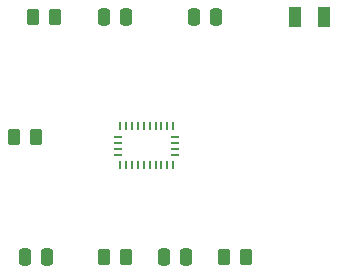
<source format=gbr>
%TF.GenerationSoftware,KiCad,Pcbnew,7.0.7*%
%TF.CreationDate,2023-10-19T21:28:01-04:00*%
%TF.ProjectId,BNO055,424e4f30-3535-42e6-9b69-6361645f7063,rev?*%
%TF.SameCoordinates,Original*%
%TF.FileFunction,Paste,Top*%
%TF.FilePolarity,Positive*%
%FSLAX46Y46*%
G04 Gerber Fmt 4.6, Leading zero omitted, Abs format (unit mm)*
G04 Created by KiCad (PCBNEW 7.0.7) date 2023-10-19 21:28:01*
%MOMM*%
%LPD*%
G01*
G04 APERTURE LIST*
G04 Aperture macros list*
%AMRoundRect*
0 Rectangle with rounded corners*
0 $1 Rounding radius*
0 $2 $3 $4 $5 $6 $7 $8 $9 X,Y pos of 4 corners*
0 Add a 4 corners polygon primitive as box body*
4,1,4,$2,$3,$4,$5,$6,$7,$8,$9,$2,$3,0*
0 Add four circle primitives for the rounded corners*
1,1,$1+$1,$2,$3*
1,1,$1+$1,$4,$5*
1,1,$1+$1,$6,$7*
1,1,$1+$1,$8,$9*
0 Add four rect primitives between the rounded corners*
20,1,$1+$1,$2,$3,$4,$5,0*
20,1,$1+$1,$4,$5,$6,$7,0*
20,1,$1+$1,$6,$7,$8,$9,0*
20,1,$1+$1,$8,$9,$2,$3,0*%
G04 Aperture macros list end*
%ADD10RoundRect,0.250000X0.250000X0.475000X-0.250000X0.475000X-0.250000X-0.475000X0.250000X-0.475000X0*%
%ADD11RoundRect,0.250000X0.262500X0.450000X-0.262500X0.450000X-0.262500X-0.450000X0.262500X-0.450000X0*%
%ADD12RoundRect,0.250000X-0.262500X-0.450000X0.262500X-0.450000X0.262500X0.450000X-0.262500X0.450000X0*%
%ADD13R,1.000000X1.800000*%
%ADD14R,0.254000X0.675000*%
%ADD15R,0.675000X0.254000*%
G04 APERTURE END LIST*
D10*
%TO.C,C3*%
X143190000Y-86360000D03*
X141290000Y-86360000D03*
%TD*%
D11*
%TO.C,R4*%
X135532500Y-96520000D03*
X133707500Y-96520000D03*
%TD*%
%TO.C,R2*%
X137160000Y-86360000D03*
X135335000Y-86360000D03*
%TD*%
D12*
%TO.C,R3*%
X151487500Y-106680000D03*
X153312500Y-106680000D03*
%TD*%
D13*
%TO.C,Y1*%
X159980000Y-86360000D03*
X157480000Y-86360000D03*
%TD*%
D10*
%TO.C,C4*%
X136520000Y-106680000D03*
X134620000Y-106680000D03*
%TD*%
%TO.C,C2*%
X148270000Y-106680000D03*
X146370000Y-106680000D03*
%TD*%
%TO.C,C1*%
X150810000Y-86360000D03*
X148910000Y-86360000D03*
%TD*%
D14*
%TO.C,U1*%
X142682500Y-95607500D03*
D15*
X142545000Y-96520000D03*
X142545000Y-97020000D03*
X142545000Y-97520000D03*
X142545000Y-98020000D03*
D14*
X142682500Y-98932500D03*
X143182500Y-98932500D03*
X143682500Y-98932500D03*
X144182500Y-98932500D03*
X144682500Y-98932500D03*
X145182500Y-98932500D03*
X145682500Y-98932500D03*
X146182500Y-98932500D03*
X146682500Y-98932500D03*
X147182500Y-98932500D03*
D15*
X147320000Y-98020000D03*
X147320000Y-97520000D03*
X147320000Y-97020000D03*
X147320000Y-96520000D03*
D14*
X147182500Y-95607500D03*
X146682500Y-95607500D03*
X146182500Y-95607500D03*
X145682500Y-95607500D03*
X145182500Y-95607500D03*
X144682500Y-95607500D03*
X144182500Y-95607500D03*
X143682500Y-95607500D03*
X143182500Y-95607500D03*
%TD*%
D11*
%TO.C,R1*%
X143152500Y-106680000D03*
X141327500Y-106680000D03*
%TD*%
M02*

</source>
